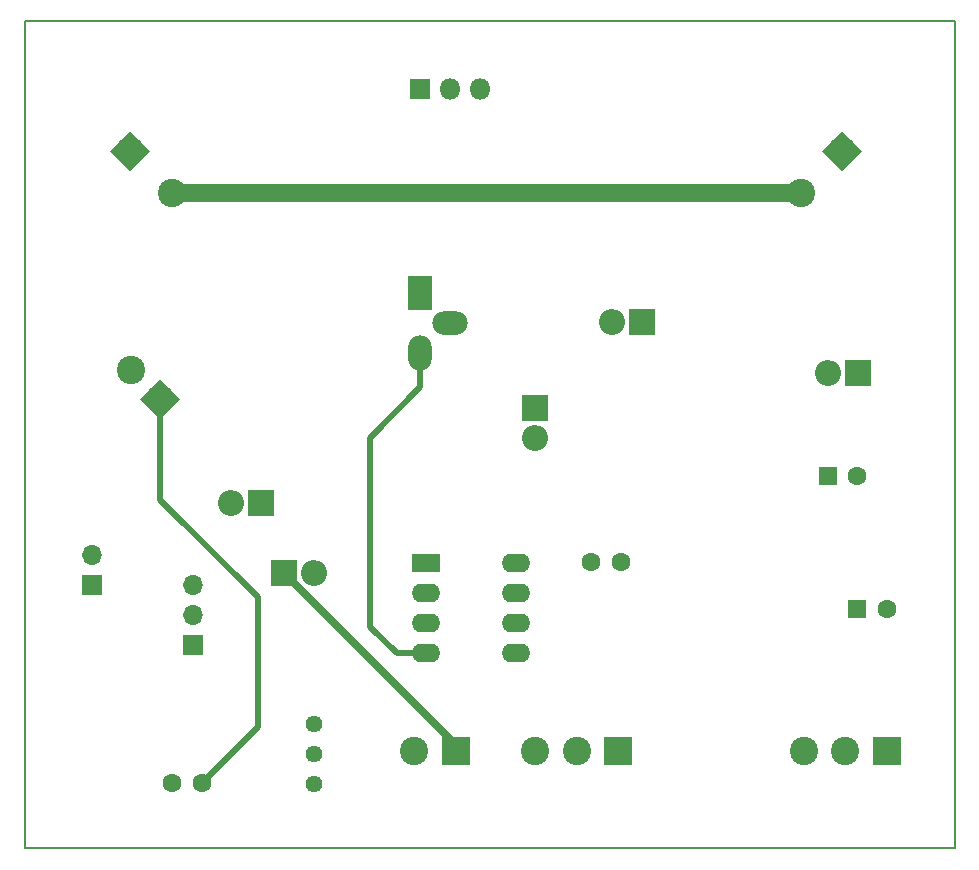
<source format=gbr>
G04 #@! TF.GenerationSoftware,KiCad,Pcbnew,no-vcs-found-be10de8~57~ubuntu16.10.1*
G04 #@! TF.CreationDate,2017-03-16T12:18:36+01:00*
G04 #@! TF.ProjectId,alimentatore,616C696D656E7461746F72652E6B6963,rev?*
G04 #@! TF.FileFunction,Copper,L2,Bot,Signal*
G04 #@! TF.FilePolarity,Positive*
%FSLAX46Y46*%
G04 Gerber Fmt 4.6, Leading zero omitted, Abs format (unit mm)*
G04 Created by KiCad (PCBNEW no-vcs-found-be10de8~57~ubuntu16.10.1) date Thu Mar 16 12:18:36 2017*
%MOMM*%
%LPD*%
G01*
G04 APERTURE LIST*
%ADD10C,0.100000*%
%ADD11C,0.200000*%
%ADD12O,1.700000X1.700000*%
%ADD13R,1.700000X1.700000*%
%ADD14C,2.400000*%
%ADD15R,2.400000X2.400000*%
%ADD16R,1.600000X1.600000*%
%ADD17C,1.600000*%
%ADD18O,2.200000X2.200000*%
%ADD19R,2.200000X2.200000*%
%ADD20O,2.400000X1.600000*%
%ADD21R,2.400000X1.600000*%
%ADD22C,1.440000*%
%ADD23O,1.800000X1.800000*%
%ADD24R,1.800000X1.800000*%
%ADD25O,2.000000X3.000000*%
%ADD26R,2.000000X3.000000*%
%ADD27O,3.000000X2.000000*%
%ADD28C,1.500000*%
%ADD29C,0.550000*%
%ADD30C,0.650000*%
G04 APERTURE END LIST*
D10*
D11*
X73000000Y63250000D02*
X-5750000Y63250000D01*
X73000000Y-6750000D02*
X73000000Y63250000D01*
X-5750000Y-6750000D02*
X73000000Y-6750000D01*
X-5750000Y63250000D02*
X-5750000Y-6750000D01*
D12*
X0Y18040000D03*
D13*
X0Y15500000D03*
D12*
X8500000Y15540000D03*
X8500000Y13000000D03*
D13*
X8500000Y10460000D03*
D14*
X3275126Y33724874D03*
X5750000Y31250000D03*
D10*
G36*
X7447056Y31250000D02*
X5750000Y29552944D01*
X4052944Y31250000D01*
X5750000Y32947056D01*
X7447056Y31250000D01*
X7447056Y31250000D01*
G37*
D15*
X30750000Y1500000D03*
D14*
X27250000Y1500000D03*
X63750000Y1500000D03*
X60250000Y1500000D03*
D15*
X67250000Y1500000D03*
X44500000Y1500000D03*
D14*
X37500000Y1500000D03*
X41000000Y1500000D03*
X63500000Y52250000D03*
D10*
G36*
X63500000Y53947056D02*
X65197056Y52250000D01*
X63500000Y50552944D01*
X61802944Y52250000D01*
X63500000Y53947056D01*
X63500000Y53947056D01*
G37*
D14*
X59964466Y48714466D03*
X6750000Y48714466D03*
X3214466Y52250000D03*
D10*
G36*
X1517410Y52250000D02*
X3214466Y53947056D01*
X4911522Y52250000D01*
X3214466Y50552944D01*
X1517410Y52250000D01*
X1517410Y52250000D01*
G37*
D16*
X64750000Y13500000D03*
D17*
X67250000Y13500000D03*
X64750000Y24750000D03*
D16*
X62250000Y24750000D03*
D17*
X42250000Y17500000D03*
X44750000Y17500000D03*
X6750000Y-1250000D03*
X9250000Y-1250000D03*
D18*
X37500000Y27960000D03*
D19*
X37500000Y30500000D03*
X46500000Y37750000D03*
D18*
X43960000Y37750000D03*
X11710000Y22500000D03*
D19*
X14250000Y22500000D03*
X16250000Y16500000D03*
D18*
X18790000Y16500000D03*
X62250000Y33500000D03*
D19*
X64790000Y33500000D03*
D20*
X35870000Y17370000D03*
X28250000Y9750000D03*
X35870000Y14830000D03*
X28250000Y12290000D03*
X35870000Y12290000D03*
X28250000Y14830000D03*
X35870000Y9750000D03*
D21*
X28250000Y17370000D03*
D22*
X18750000Y-1330000D03*
X18750000Y1210000D03*
X18750000Y3750000D03*
D23*
X32790000Y57500000D03*
X30250000Y57500000D03*
D24*
X27710000Y57500000D03*
D25*
X27750000Y35170000D03*
D26*
X27750000Y40250000D03*
D27*
X30290000Y37710000D03*
D28*
X6750000Y48750000D02*
X59928932Y48750000D01*
X59928932Y48750000D02*
X59964466Y48714466D01*
D29*
X5750000Y31250000D02*
X5750000Y22750000D01*
X5750000Y22750000D02*
X14000000Y14500000D01*
X14000000Y14500000D02*
X14000000Y3500000D01*
X14000000Y3500000D02*
X9250000Y-1250000D01*
D30*
X30750000Y1500000D02*
X30750000Y2000000D01*
X30750000Y2000000D02*
X16250000Y16500000D01*
D29*
X27750000Y35170000D02*
X27750000Y32250000D01*
X27750000Y32250000D02*
X23500000Y28000000D01*
X23500000Y28000000D02*
X23500000Y12000000D01*
X23500000Y12000000D02*
X25750000Y9750000D01*
X25750000Y9750000D02*
X28250000Y9750000D01*
M02*

</source>
